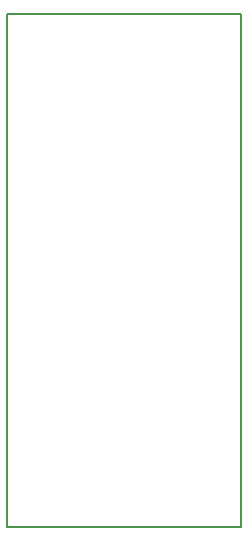
<source format=gbr>
G04 #@! TF.GenerationSoftware,KiCad,Pcbnew,(5.1.5)-3*
G04 #@! TF.CreationDate,2020-01-09T06:37:15+01:00*
G04 #@! TF.ProjectId,LoraTrigger,4c6f7261-5472-4696-9767-65722e6b6963,rev?*
G04 #@! TF.SameCoordinates,Original*
G04 #@! TF.FileFunction,Profile,NP*
%FSLAX46Y46*%
G04 Gerber Fmt 4.6, Leading zero omitted, Abs format (unit mm)*
G04 Created by KiCad (PCBNEW (5.1.5)-3) date 2020-01-09 06:37:15*
%MOMM*%
%LPD*%
G04 APERTURE LIST*
%ADD10C,0.150000*%
G04 APERTURE END LIST*
D10*
X98550000Y-82600000D02*
X98550000Y-39116000D01*
X118350000Y-82600000D02*
X98550000Y-82600000D01*
X118350000Y-39116000D02*
X118350000Y-82600000D01*
X98550000Y-39116000D02*
X118350000Y-39116000D01*
M02*

</source>
